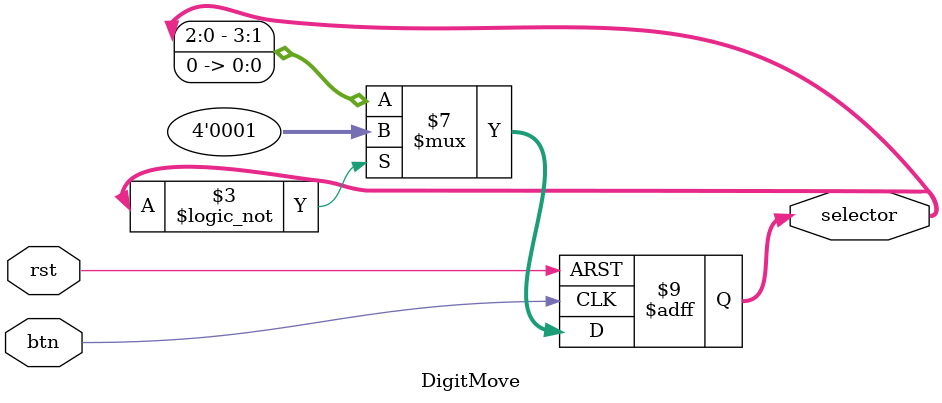
<source format=v>



module DigitMove #(
  parameter  width = 4
)(
  input  btn,     // Pull-up Push Button
  input  rst,     // Asynchronous Reset active low
  output reg [width-1:0] selector = 0
);


  always @(posedge btn or negedge rst) begin
    if (~rst)             // Reset
      selector <= 0;
    else if (selector == 0)
      selector <= 1'b1;
    else
      selector <= selector << 1;
  end


endmodule
</source>
